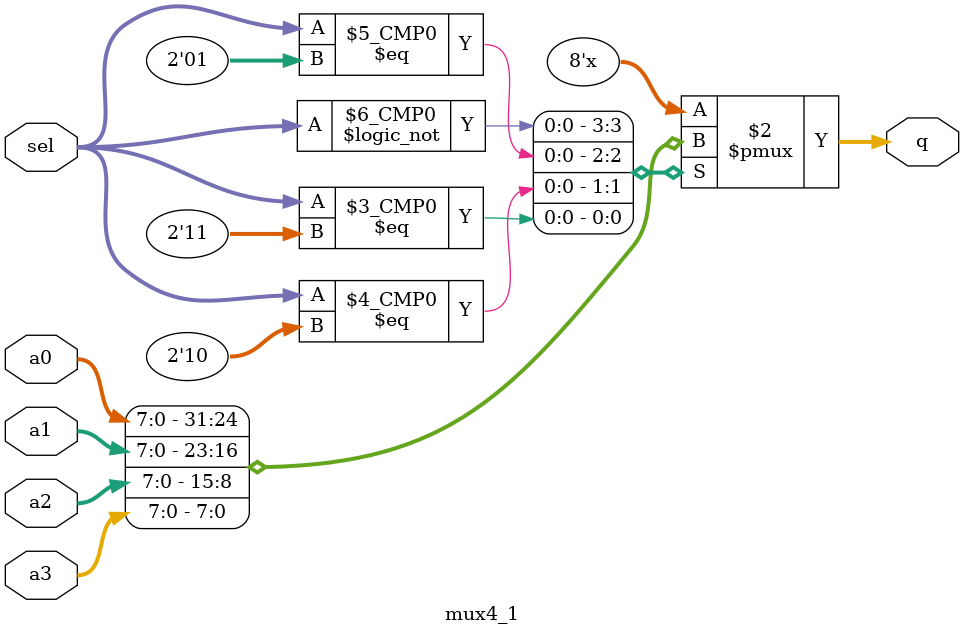
<source format=v>
module top_module ( 
    input clk, 
    input [7:0] d, 
    input [1:0] sel, 
    output [7:0] q 
);
//my_dff8 is available
wire [7:0] w1,w2,w3;

my_dff8 inst1(.clk(clk), .d(d), .q(w1));
my_dff8 inst2(.clk(clk), .d(w1), .q(w2));
my_dff8 inst3(.clk(clk), .d(w2), .q(w3));

mux4_1 mux_inst1(.sel(sel), .a0(d), .a1(w1), .a2(w2), .a3(w3), .q(q));

endmodule

module mux4_1(input [1:0] sel, input [7:0] a0, a1, a2, a3, output reg [7:0]q);
  always @(*)
  begin
    case(sel)
      2'b00: q = a0; 
      2'b01: q = a1; 
      2'b10: q = a2; 
      2'b11: q = a3;
      default: q = 8'bx;
    endcase
  end
endmodule
</source>
